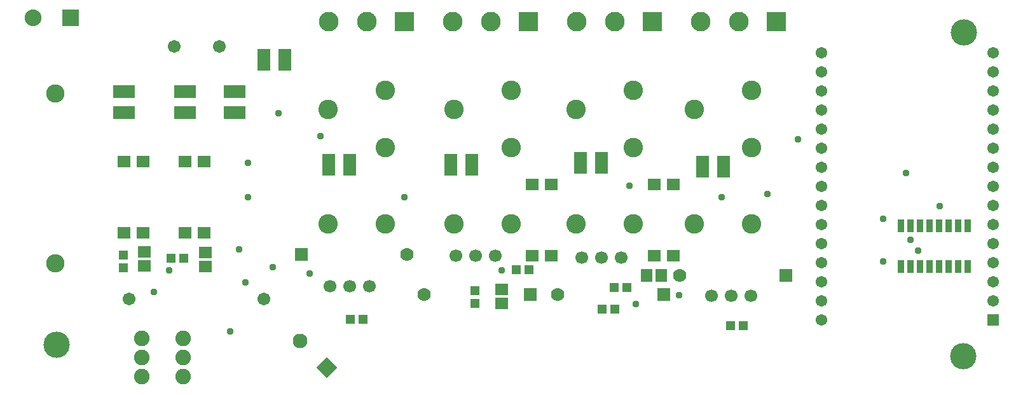
<source format=gbr>
G04 EAGLE Gerber RS-274X export*
G75*
%MOMM*%
%FSLAX34Y34*%
%LPD*%
%INSoldermask Bottom*%
%IPPOS*%
%AMOC8*
5,1,8,0,0,1.08239X$1,22.5*%
G01*
%ADD10R,2.235200X2.235200*%
%ADD11C,2.235200*%
%ADD12R,2.000000X2.000000*%
%ADD13C,1.955800*%
%ADD14R,1.703200X1.503200*%
%ADD15R,1.503200X1.703200*%
%ADD16R,1.778200X1.778200*%
%ADD17C,1.778200*%
%ADD18C,2.082800*%
%ADD19C,3.503200*%
%ADD20C,2.603200*%
%ADD21R,2.616200X2.616200*%
%ADD22C,2.616200*%
%ADD23C,1.711200*%
%ADD24C,1.696200*%
%ADD25R,1.753200X1.603200*%
%ADD26R,1.303200X1.203200*%
%ADD27R,2.903200X1.803200*%
%ADD28R,1.803200X2.903200*%
%ADD29R,1.203200X1.303200*%
%ADD30R,1.546200X1.546200*%
%ADD31C,1.546200*%
%ADD32C,2.453200*%
%ADD33R,0.853200X1.753200*%
%ADD34C,0.959600*%


D10*
X83820Y498856D03*
D11*
X33820Y498856D03*
D12*
G36*
X425268Y19350D02*
X411126Y33492D01*
X425268Y47634D01*
X439410Y33492D01*
X425268Y19350D01*
G37*
D13*
X389913Y68847D03*
D14*
X182372Y168300D03*
X182372Y187300D03*
X263652Y167792D03*
X263652Y186792D03*
X657860Y137516D03*
X657860Y118516D03*
D15*
X851560Y155956D03*
X870560Y155956D03*
D16*
X391160Y183896D03*
D17*
X532160Y183896D03*
D16*
X695960Y130556D03*
D17*
X554960Y130556D03*
D16*
X873760Y130556D03*
D17*
X732760Y130556D03*
D16*
X1036320Y155956D03*
D17*
X895320Y155956D03*
D18*
X179324Y72136D03*
X179324Y46736D03*
X179324Y21336D03*
X234188Y72136D03*
X234188Y46736D03*
X234188Y21336D03*
D19*
X65532Y64008D03*
X1273048Y48768D03*
X1273556Y479552D03*
D20*
X502920Y224536D03*
X502920Y326136D03*
X502920Y402336D03*
X426720Y376936D03*
X426720Y224536D03*
X670560Y224536D03*
X670560Y326136D03*
X670560Y402336D03*
X594360Y376936D03*
X594360Y224536D03*
X833120Y224536D03*
X833120Y326136D03*
X833120Y402336D03*
X756920Y376936D03*
X756920Y224536D03*
X990600Y224536D03*
X990600Y326136D03*
X990600Y402336D03*
X914400Y376936D03*
X914400Y224536D03*
D21*
X528320Y493776D03*
D22*
X478320Y493776D03*
X428320Y493776D03*
D21*
X693420Y493776D03*
D22*
X643420Y493776D03*
X593420Y493776D03*
D21*
X858520Y493776D03*
D22*
X808520Y493776D03*
X758520Y493776D03*
D21*
X1023620Y493776D03*
D22*
X973620Y493776D03*
X923620Y493776D03*
D23*
X281940Y460756D03*
X221940Y460756D03*
X341940Y124756D03*
X161940Y124756D03*
D24*
X481820Y141486D03*
X455820Y141486D03*
X429820Y141486D03*
X649460Y182126D03*
X623460Y182126D03*
X597460Y182126D03*
X817100Y179586D03*
X791100Y179586D03*
X765100Y179586D03*
X989820Y128786D03*
X963820Y128786D03*
X937820Y128786D03*
D25*
X154940Y307846D03*
X180340Y307846D03*
X180340Y212346D03*
X154940Y212346D03*
X236220Y307846D03*
X261620Y307846D03*
X261620Y212346D03*
X236220Y212346D03*
X698500Y277366D03*
X723900Y277366D03*
X723900Y181866D03*
X698500Y181866D03*
X861060Y277366D03*
X886460Y277366D03*
X886460Y181866D03*
X861060Y181866D03*
D26*
X473320Y97536D03*
X456320Y97536D03*
D27*
X302260Y401096D03*
X302260Y373096D03*
D28*
X791240Y305816D03*
X763240Y305816D03*
D26*
X694300Y163576D03*
X677300Y163576D03*
D28*
X341600Y442976D03*
X369600Y442976D03*
X953800Y300736D03*
X925800Y300736D03*
D26*
X824856Y140208D03*
X807856Y140208D03*
D29*
X622808Y118500D03*
X622808Y135500D03*
D26*
X979796Y89408D03*
X962796Y89408D03*
X808600Y110744D03*
X791600Y110744D03*
D27*
X154940Y401096D03*
X154940Y373096D03*
D28*
X455960Y303276D03*
X427960Y303276D03*
D29*
X154432Y183252D03*
X154432Y166252D03*
D27*
X236220Y401096D03*
X236220Y373096D03*
D28*
X618520Y303276D03*
X590520Y303276D03*
D26*
X234560Y178816D03*
X217560Y178816D03*
D30*
X1312672Y96520D03*
D31*
X1312672Y121920D03*
X1312672Y147320D03*
X1312672Y172720D03*
X1312672Y198120D03*
X1312672Y223520D03*
X1312672Y248920D03*
X1312672Y274320D03*
X1312672Y299720D03*
X1312672Y325120D03*
X1312672Y350520D03*
X1312672Y375920D03*
X1312672Y401320D03*
X1312672Y426720D03*
X1312672Y452120D03*
X1084072Y452120D03*
X1084072Y426720D03*
X1084072Y401320D03*
X1084072Y375920D03*
X1084072Y350520D03*
X1084072Y325120D03*
X1084072Y299720D03*
X1084072Y274320D03*
X1084072Y248920D03*
X1084072Y223520D03*
X1084072Y198120D03*
X1084072Y172720D03*
X1084072Y147320D03*
X1084072Y121920D03*
X1084072Y96520D03*
D32*
X63500Y172496D03*
X63500Y398496D03*
D33*
X1278890Y167822D03*
X1266190Y167822D03*
X1253490Y167822D03*
X1240790Y167822D03*
X1228090Y167822D03*
X1215390Y167822D03*
X1202690Y167822D03*
X1189990Y167822D03*
X1189990Y222322D03*
X1202690Y222322D03*
X1215390Y222322D03*
X1228090Y222322D03*
X1240790Y222322D03*
X1253490Y222322D03*
X1266190Y222322D03*
X1278890Y222322D03*
D34*
X894080Y130048D03*
X308864Y191008D03*
X1213104Y188976D03*
X1196848Y292608D03*
X1052576Y337312D03*
X215392Y162560D03*
X195072Y134112D03*
X296672Y81280D03*
X402336Y158496D03*
X658368Y162560D03*
X837184Y117856D03*
X1202944Y203200D03*
X316992Y146304D03*
X320040Y305816D03*
X320040Y260096D03*
X528320Y260096D03*
X360680Y371856D03*
X828040Y275336D03*
X416560Y341376D03*
X353568Y166624D03*
X1011936Y264160D03*
X950976Y260096D03*
X1166368Y231648D03*
X1166368Y174752D03*
X1241552Y247904D03*
M02*

</source>
